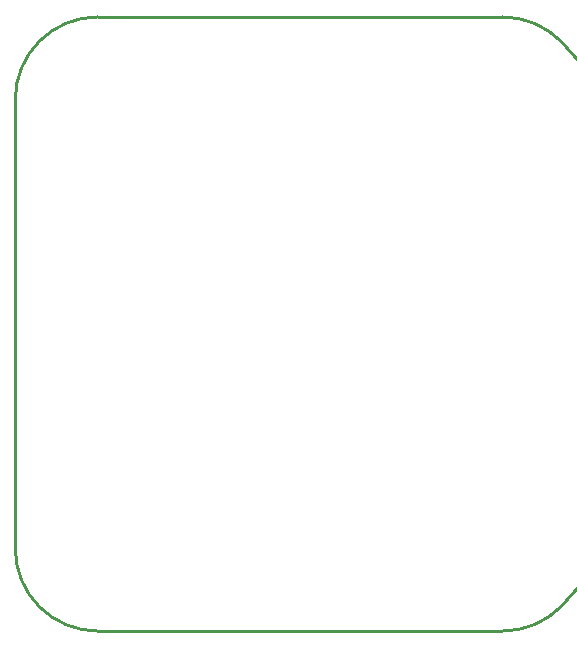
<source format=gbr>
%TF.GenerationSoftware,KiCad,Pcbnew,8.0.2*%
%TF.CreationDate,2024-08-04T11:24:20+02:00*%
%TF.ProjectId,ir-blaster,69722d62-6c61-4737-9465-722e6b696361,rev?*%
%TF.SameCoordinates,Original*%
%TF.FileFunction,Profile,NP*%
%FSLAX46Y46*%
G04 Gerber Fmt 4.6, Leading zero omitted, Abs format (unit mm)*
G04 Created by KiCad (PCBNEW 8.0.2) date 2024-08-04 11:24:20*
%MOMM*%
%LPD*%
G01*
G04 APERTURE LIST*
%TA.AperFunction,Profile*%
%ADD10C,0.250000*%
%TD*%
G04 APERTURE END LIST*
D10*
X83253742Y-74875705D02*
G75*
G02*
X78250536Y-76980017I-5003252J4895757D01*
G01*
X78250490Y-24980000D02*
G75*
G02*
X83253750Y-27084286I0J-7000148D01*
G01*
X43999990Y-76980000D02*
G75*
G02*
X37000038Y-69980000I0J6999952D01*
G01*
X37000000Y-31980088D02*
G75*
G02*
X44000090Y-24979998I7000090J0D01*
G01*
X83253742Y-27084294D02*
G75*
G02*
X83253741Y-74875704I-24420412J-23895704D01*
G01*
X44000090Y-24980000D02*
X78250490Y-24980000D01*
X37000000Y-69980000D02*
X37000000Y-31980088D01*
X43999990Y-76980000D02*
X78250536Y-76980000D01*
M02*

</source>
